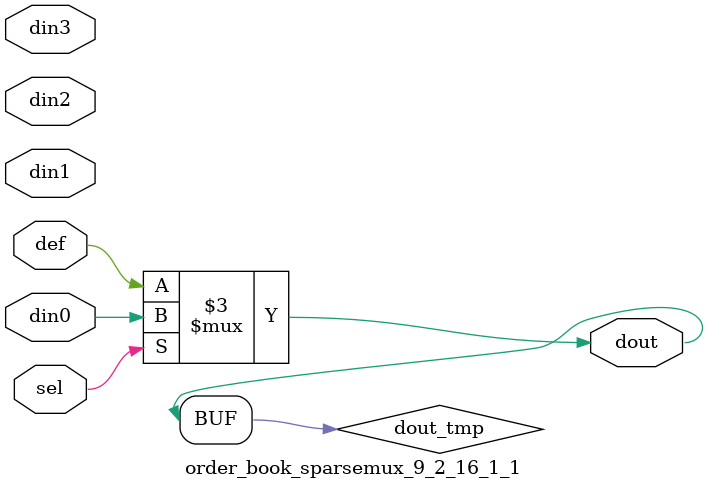
<source format=v>
`timescale 1ns / 1ps

module order_book_sparsemux_9_2_16_1_1 (din0,din1,din2,din3,def,sel,dout);

parameter din0_WIDTH = 1;

parameter din1_WIDTH = 1;

parameter din2_WIDTH = 1;

parameter din3_WIDTH = 1;

parameter def_WIDTH = 1;
parameter sel_WIDTH = 1;
parameter dout_WIDTH = 1;

parameter [sel_WIDTH-1:0] CASE0 = 1;

parameter [sel_WIDTH-1:0] CASE1 = 1;

parameter [sel_WIDTH-1:0] CASE2 = 1;

parameter [sel_WIDTH-1:0] CASE3 = 1;

parameter ID = 1;
parameter NUM_STAGE = 1;



input [din0_WIDTH-1:0] din0;

input [din1_WIDTH-1:0] din1;

input [din2_WIDTH-1:0] din2;

input [din3_WIDTH-1:0] din3;

input [def_WIDTH-1:0] def;
input [sel_WIDTH-1:0] sel;

output [dout_WIDTH-1:0] dout;



reg [dout_WIDTH-1:0] dout_tmp;


always @ (*) begin
(* parallel_case *) case (sel)
    
    CASE0 : dout_tmp = din0;
    
    CASE1 : dout_tmp = din1;
    
    CASE2 : dout_tmp = din2;
    
    CASE3 : dout_tmp = din3;
    
    default : dout_tmp = def;
endcase
end


assign dout = dout_tmp;



endmodule

</source>
